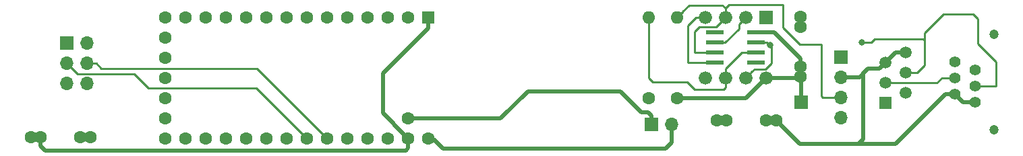
<source format=gbr>
G04 #@! TF.GenerationSoftware,KiCad,Pcbnew,(5.1.5)-3*
G04 #@! TF.CreationDate,2020-07-14T16:47:23+02:00*
G04 #@! TF.ProjectId,DNMS,444e4d53-2e6b-4696-9361-645f70636258,0.9.0*
G04 #@! TF.SameCoordinates,Original*
G04 #@! TF.FileFunction,Copper,L1,Top*
G04 #@! TF.FilePolarity,Positive*
%FSLAX46Y46*%
G04 Gerber Fmt 4.6, Leading zero omitted, Abs format (unit mm)*
G04 Created by KiCad (PCBNEW (5.1.5)-3) date 2020-07-14 16:47:23*
%MOMM*%
%LPD*%
G04 APERTURE LIST*
%ADD10C,1.400000*%
%ADD11C,1.200000*%
%ADD12R,1.520000X1.520000*%
%ADD13C,1.520000*%
%ADD14R,1.700000X1.700000*%
%ADD15R,2.200000X0.600000*%
%ADD16C,1.600000*%
%ADD17R,1.600000X1.600000*%
%ADD18O,1.700000X1.700000*%
%ADD19R,1.676400X1.676400*%
%ADD20C,1.676400*%
%ADD21O,1.600000X1.600000*%
%ADD22C,0.800000*%
%ADD23C,0.500000*%
%ADD24C,0.250000*%
G04 APERTURE END LIST*
D10*
X178362480Y-82362200D03*
X180902480Y-83382200D03*
X178362480Y-84402200D03*
X180902480Y-85422200D03*
X178362480Y-86442200D03*
X180902480Y-87462200D03*
D11*
X183202480Y-90912200D03*
X183202480Y-78912200D03*
D12*
X169636440Y-87568560D03*
D13*
X172176440Y-86298560D03*
X169636440Y-85028560D03*
X172176440Y-83758560D03*
X169636440Y-82488560D03*
X172176440Y-81218560D03*
D14*
X159029400Y-87477600D03*
D15*
X153349000Y-82473800D03*
X153349000Y-81203800D03*
X153349000Y-78663800D03*
X148149000Y-82473800D03*
X148149000Y-81203800D03*
X148149000Y-78663800D03*
X153349000Y-79933800D03*
X148149000Y-79933800D03*
D16*
X154662200Y-89770200D03*
X149662200Y-89770200D03*
X148412200Y-89770200D03*
X155912200Y-89770200D03*
X158927800Y-77960400D03*
X158927800Y-82960400D03*
X158927800Y-84210400D03*
X158927800Y-76710400D03*
X63549200Y-91827400D03*
X68549200Y-91827400D03*
X69799200Y-91827400D03*
X62299200Y-91827400D03*
D17*
X112242600Y-76809600D03*
D16*
X109702600Y-76809600D03*
X107162600Y-76809600D03*
X104622600Y-76809600D03*
X102082600Y-76809600D03*
X99542600Y-76809600D03*
X97002600Y-76809600D03*
X94462600Y-76809600D03*
X91922600Y-76809600D03*
X89382600Y-76809600D03*
X86842600Y-76809600D03*
X84302600Y-76809600D03*
X81762600Y-76809600D03*
X109702600Y-89509600D03*
X112242600Y-92049600D03*
X109702600Y-92049600D03*
X107162600Y-92049600D03*
X104622600Y-92049600D03*
X102082600Y-92049600D03*
X99542600Y-92049600D03*
X97002600Y-92049600D03*
X94462600Y-92049600D03*
X91922600Y-92049600D03*
X89382600Y-92049600D03*
X86842600Y-92049600D03*
X84302600Y-92049600D03*
X81762600Y-92049600D03*
X79222600Y-76809600D03*
X79222600Y-79349600D03*
X79222600Y-81889600D03*
X79222600Y-92049600D03*
X79222600Y-89509600D03*
X79222600Y-86969600D03*
X79222600Y-84429600D03*
D18*
X69342000Y-85090000D03*
X66802000Y-85090000D03*
X69342000Y-82550000D03*
X66802000Y-82550000D03*
X69342000Y-80010000D03*
D14*
X66802000Y-80010000D03*
D18*
X164014400Y-89363800D03*
X164014400Y-86823800D03*
X164014400Y-84283800D03*
D14*
X164014400Y-81743800D03*
D18*
X142773400Y-90244800D03*
D14*
X140233400Y-90244800D03*
D19*
X154586000Y-76808000D03*
D20*
X152046000Y-76808000D03*
X149506000Y-76808000D03*
X146966000Y-76808000D03*
X146966000Y-84428000D03*
X149506000Y-84428000D03*
X152046000Y-84428000D03*
X154586000Y-84428000D03*
D21*
X139854000Y-76808000D03*
D16*
X139854000Y-86968000D03*
D21*
X143410000Y-76808000D03*
D16*
X143410000Y-86968000D03*
D22*
X155168600Y-80264000D03*
X166651560Y-79918560D03*
D23*
X112242600Y-78109600D02*
X112242600Y-76809600D01*
X107899200Y-90246200D02*
X107899200Y-90170000D01*
X107899200Y-90170000D02*
X106527600Y-88798400D01*
X109702600Y-92049600D02*
X107899200Y-90246200D01*
X106527600Y-88798400D02*
X106527600Y-83824600D01*
X106527600Y-83824600D02*
X112242600Y-78109600D01*
X109182970Y-93500600D02*
X71551800Y-93500600D01*
X71522220Y-93500600D02*
X64971600Y-93500600D01*
D24*
X145780607Y-76808000D02*
X144830800Y-77757807D01*
X146966000Y-76808000D02*
X145780607Y-76808000D01*
X144830800Y-77757807D02*
X144830800Y-82473800D01*
X144830800Y-82473800D02*
X148149000Y-82473800D01*
D23*
X170906440Y-81218560D02*
X169636440Y-82488560D01*
X172176440Y-81218560D02*
X170906440Y-81218560D01*
X168876441Y-83248559D02*
X167401181Y-83248559D01*
X169636440Y-82488560D02*
X168876441Y-83248559D01*
X166365940Y-84283800D02*
X164014400Y-84283800D01*
X166806880Y-83842860D02*
X166806880Y-92123260D01*
X166806880Y-83842860D02*
X166365940Y-84283800D01*
X167401181Y-83248559D02*
X166806880Y-83842860D01*
X166806880Y-92123260D02*
X166212520Y-92717620D01*
X158859620Y-92717620D02*
X155912200Y-89770200D01*
X166212520Y-92717620D02*
X158859620Y-92717620D01*
X109382970Y-93500600D02*
X109182970Y-93500600D01*
X109702600Y-93180970D02*
X109382970Y-93500600D01*
X109702600Y-92049600D02*
X109702600Y-93180970D01*
X64091030Y-93500600D02*
X64971600Y-93500600D01*
X63549200Y-92958770D02*
X64091030Y-93500600D01*
X63549200Y-91827400D02*
X63549200Y-92958770D01*
X179382480Y-87462200D02*
X180902480Y-87462200D01*
X178362480Y-86442200D02*
X179382480Y-87462200D01*
X166212520Y-92717620D02*
X170903900Y-92717620D01*
X177179320Y-86442200D02*
X178362480Y-86442200D01*
X170903900Y-92717620D02*
X177179320Y-86442200D01*
X152046000Y-86968000D02*
X154586000Y-84428000D01*
X143410000Y-86968000D02*
X152046000Y-86968000D01*
X155631200Y-78663800D02*
X153349000Y-78663800D01*
X158927800Y-81960400D02*
X155631200Y-78663800D01*
X158927800Y-87376000D02*
X159029400Y-87477600D01*
X159029400Y-84312000D02*
X158927800Y-84210400D01*
X159029400Y-87477600D02*
X159029400Y-84312000D01*
X158710200Y-84428000D02*
X158927800Y-84210400D01*
X154586000Y-84428000D02*
X158710200Y-84428000D01*
X158927800Y-81960400D02*
X158927800Y-82960400D01*
X158927800Y-82960400D02*
X158927800Y-84210400D01*
X142045081Y-93275200D02*
X137185400Y-93275200D01*
X114049610Y-93294990D02*
X137185400Y-93275200D01*
X142773400Y-91744800D02*
X142773400Y-90244800D01*
X142798800Y-91770200D02*
X142773400Y-91744800D01*
X148412200Y-89770200D02*
X149662200Y-89770200D01*
X142798800Y-92521481D02*
X142045081Y-93275200D01*
X142798800Y-91770200D02*
X142798800Y-92521481D01*
X112870260Y-92115640D02*
X114049610Y-93294990D01*
X112392460Y-92115640D02*
X112870260Y-92115640D01*
D24*
X154699000Y-79933800D02*
X155270200Y-80505000D01*
X153349000Y-79933800D02*
X154699000Y-79933800D01*
X153209201Y-83264799D02*
X152884199Y-83589801D01*
X154543003Y-83264799D02*
X153209201Y-83264799D01*
X155270200Y-82537602D02*
X154543003Y-83264799D01*
X152884199Y-83589801D02*
X152046000Y-84428000D01*
X155270200Y-80505000D02*
X155270200Y-80505000D01*
X155270200Y-80505000D02*
X155270200Y-80505000D01*
X155270200Y-80505000D02*
X155270200Y-82537602D01*
X174536100Y-82776060D02*
X173553600Y-83758560D01*
X173553600Y-83758560D02*
X172176440Y-83758560D01*
X174536100Y-79644240D02*
X174536100Y-82776060D01*
X174337980Y-79446120D02*
X174536100Y-79644240D01*
X174337980Y-79446120D02*
X168290240Y-79446120D01*
X167817800Y-79918560D02*
X166651560Y-79918560D01*
X168290240Y-79446120D02*
X167817800Y-79918560D01*
X174536100Y-79644240D02*
X174536100Y-78727300D01*
X174536100Y-78727300D02*
X176888140Y-76375260D01*
X176888140Y-76375260D02*
X180647340Y-76375260D01*
X180647340Y-76375260D02*
X181241700Y-76969620D01*
X181241700Y-76969620D02*
X181241700Y-80103980D01*
X181241700Y-80103980D02*
X183517540Y-82379820D01*
X183517540Y-82379820D02*
X183517540Y-85412580D01*
X183507920Y-85422200D02*
X180902480Y-85422200D01*
X183517540Y-85412580D02*
X183507920Y-85422200D01*
X149499000Y-79933800D02*
X148149000Y-79933800D01*
X151207801Y-78224999D02*
X149499000Y-79933800D01*
X151207801Y-77646199D02*
X151207801Y-78224999D01*
X152046000Y-76808000D02*
X151207801Y-77646199D01*
X176700720Y-84402200D02*
X178362480Y-84402200D01*
X176690020Y-84391500D02*
X176700720Y-84402200D01*
X176052960Y-85028560D02*
X176062640Y-85018880D01*
X169636440Y-85028560D02*
X176052960Y-85028560D01*
X176062640Y-85018880D02*
X176690020Y-84391500D01*
X139854000Y-84377200D02*
X139854000Y-76808000D01*
X140414400Y-84937600D02*
X139854000Y-84377200D01*
X149506000Y-85613393D02*
X149267393Y-85852000D01*
X149506000Y-84428000D02*
X149506000Y-85613393D01*
X144729200Y-84937600D02*
X140414400Y-84937600D01*
X149267393Y-85852000D02*
X145643600Y-85852000D01*
X145643600Y-85852000D02*
X144729200Y-84937600D01*
X149506000Y-83242607D02*
X151544807Y-81203800D01*
X151999000Y-81203800D02*
X153349000Y-81203800D01*
X151544807Y-81203800D02*
X151999000Y-81203800D01*
X149506000Y-84428000D02*
X149506000Y-83242607D01*
X144209999Y-76008001D02*
X144209999Y-75982601D01*
X143410000Y-76808000D02*
X144209999Y-76008001D01*
X149506000Y-75622607D02*
X149506000Y-76808000D01*
X149143593Y-75260200D02*
X149506000Y-75622607D01*
X144159199Y-76033401D02*
X144932400Y-75260200D01*
X144932400Y-75260200D02*
X149143593Y-75260200D01*
X149995407Y-75133200D02*
X156743400Y-75133200D01*
X149506000Y-75622607D02*
X149995407Y-75133200D01*
X156743400Y-75133200D02*
X156743400Y-78054200D01*
X156743400Y-78054200D02*
X158851600Y-80162400D01*
X148342799Y-77971201D02*
X146209199Y-77971201D01*
X149506000Y-76808000D02*
X148342799Y-77971201D01*
X146209199Y-77971201D02*
X145618200Y-78562200D01*
X145618200Y-78562200D02*
X145618200Y-81178400D01*
X145643600Y-81203800D02*
X148149000Y-81203800D01*
X145618200Y-81178400D02*
X145643600Y-81203800D01*
X162812319Y-86823800D02*
X162803179Y-86814660D01*
X164014400Y-86823800D02*
X162812319Y-86823800D01*
X162803179Y-86814660D02*
X161704020Y-86814660D01*
X161571940Y-86682580D02*
X161571940Y-80152240D01*
X158851600Y-80162400D02*
X161571940Y-80152240D01*
X161704020Y-86814660D02*
X161571940Y-86682580D01*
X68166999Y-83914999D02*
X75304399Y-83914999D01*
X66802000Y-82550000D02*
X68166999Y-83914999D01*
X75304399Y-83914999D02*
X77089000Y-85699600D01*
X90652600Y-85699600D02*
X97002600Y-92049600D01*
X77089000Y-85699600D02*
X90652600Y-85699600D01*
X70544081Y-82550000D02*
X71179081Y-83185000D01*
X69342000Y-82550000D02*
X70544081Y-82550000D01*
X90678000Y-83185000D02*
X99542600Y-92049600D01*
X71179081Y-83185000D02*
X90678000Y-83185000D01*
D23*
X136300200Y-86061600D02*
X124714000Y-86061600D01*
X140233400Y-89144800D02*
X139772700Y-88684100D01*
X140233400Y-90244800D02*
X140233400Y-89144800D01*
X138922700Y-88684100D02*
X136300200Y-86061600D01*
X139772700Y-88684100D02*
X138922700Y-88684100D01*
X124714000Y-86061600D02*
X124714000Y-86072980D01*
X121221500Y-89509600D02*
X121315480Y-89415620D01*
X109702600Y-89509600D02*
X121221500Y-89509600D01*
X124714000Y-86072980D02*
X121315480Y-89415620D01*
M02*

</source>
